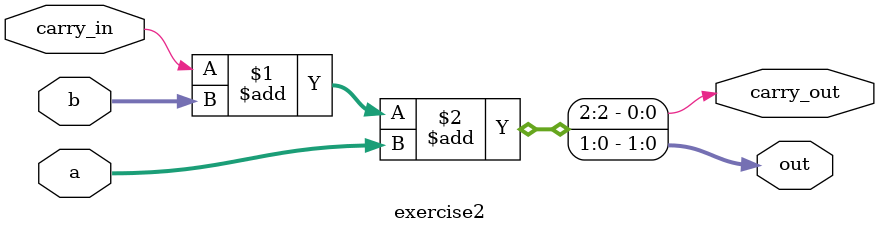
<source format=v>
module exercise2 (
  input[1:0] a,
  input[1:0] b,
  input carry_in,
  output[1:0] out,
  output carry_out
);

assign {carry_out, out} = carry_in + b + a;
   
endmodule 
</source>
